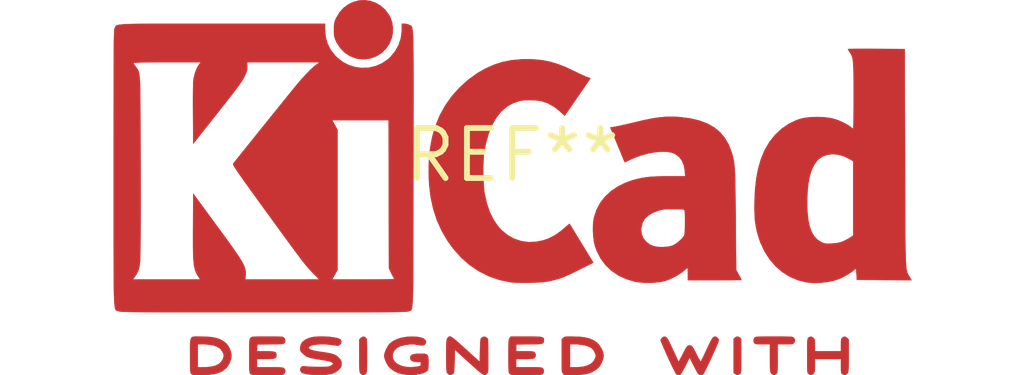
<source format=kicad_pcb>
(kicad_pcb (version 20240108) (generator pcbnew)
  (layers (0 "F.Cu" signal) (31 "B.Cu" signal) (34 "B.Paste" user) (35 "F.Paste" user) (36 "B.SilkS" user "B.Silkscreen") (37 "F.SilkS" user "F.Silkscreen") (38 "B.Mask" user) (39 "F.Mask" user) (44 "Edge.Cuts" user))
  (net 0 "")
  (footprint "KiCad-Logo2_8mm_Copper" (layer "F.Cu") (at 0 0)
    (property "Reference" "REF**")
    (property "Value" "KiCad-Logo2_8mm_Copper")
    (fp_poly (pts (xy 5.751604 4.615477) (xy 5.783174 4.635142) (xy 5.818656 4.663873) (xy 5.818656 5.091966) (xy 5.818543 5.21719) (xy 5.818059 5.315847) (xy 5.816986 5.39143) (xy 5.815108 5.447433) (xy 5.812206 5.487347) (xy 5.808063 5.514666) (xy 5.802462 5.532881) (xy 5.795185 5.545486) (xy 5.790024 5.551696) (xy 5.748168 5.57898) (xy 5.700505 5.577867) (xy 5.658753 5.554602) (xy 5.623271 5.525871) (xy 5.623271 4.663873) (xy 5.658753 4.635142) (xy 5.692998 4.614242) (xy 5.720963 4.60641) (xy 5.751604 4.615477)) (layer "F.Cu") (stroke (width 0.01)) (fill solid))
    (fp_poly (pts (xy -3.717617 4.63647) (xy -3.708855 4.646552) (xy -3.701982 4.659559) (xy -3.696769 4.678975) (xy -3.692988 4.708284) (xy -3.69041 4.750971) (xy -3.688807 4.810519) (xy -3.687949 4.890414) (xy -3.68761 4.99414) (xy -3.687557 5.094872) (xy -3.68765 5.219816) (xy -3.688081 5.318185) (xy -3.689077 5.393465) (xy -3.690869 5.449138) (xy -3.693683 5.48869) (xy -3.69775 5.515605) (xy -3.703296 5.533367) (xy -3.710551 5.545461) (xy -3.717617 5.553274) (xy -3.761556 5.579476) (xy -3.808374 5.577125) (xy -3.850263 5.548548) (xy -3.859888 5.537391) (xy -3.867409 5.524447) (xy -3.873088 5.506136) (xy -3.877181 5.478882) (xy -3.879949 5.439104) (xy -3.88165 5.383226) (xy -3.882543 5.307668) (xy -3.882887 5.208852) (xy -3.882942 5.096978) (xy -3.882942 4.680192) (xy -3.846051 4.643301) (xy -3.800579 4.612264) (xy -3.75647 4.611145) (xy -3.717617 4.63647)) (layer "F.Cu") (stroke (width 0.01)) (fill solid))
    (fp_poly (pts (xy -3.602318 -3.916067) (xy -3.466071 -3.868828) (xy -3.339221 -3.794473) (xy -3.225933 -3.693013) (xy -3.130372 -3.564457) (xy -3.087446 -3.483428) (xy -3.050295 -3.370092) (xy -3.032288 -3.239249) (xy -3.034283 -3.104735) (xy -3.056423 -2.982842) (xy -3.116936 -2.833893) (xy -3.204686 -2.704691) (xy -3.315212 -2.597777) (xy -3.444054 -2.515694) (xy -3.586753 -2.460984) (xy -3.738849 -2.43619) (xy -3.895881 -2.443853) (xy -3.973286 -2.460228) (xy -4.124141 -2.518911) (xy -4.258125 -2.608457) (xy -4.372006 -2.726107) (xy -4.462552 -2.869098) (xy -4.470212 -2.884714) (xy -4.496694 -2.943314) (xy -4.513322 -2.992666) (xy -4.52235 -3.04473) (xy -4.526032 -3.111461) (xy -4.526643 -3.184071) (xy -4.525633 -3.271309) (xy -4.521072 -3.334376) (xy -4.510666 -3.385364) (xy -4.492121 -3.436367) (xy -4.46923 -3.486687) (xy -4.383846 -3.62953) (xy -4.278699 -3.74519) (xy -4.157955 -3.833675) (xy -4.025779 -3.894995) (xy -3.886337 -3.929161) (xy -3.743795 -3.936182) (xy -3.602318 -3.916067)) (layer "F.Cu") (stroke (width 0.01)) (fill solid))
    (fp_poly (pts (xy 6.782677 4.606539) (xy 6.887465 4.607043) (xy 6.968799 4.608096) (xy 7.02998 4.609876) (xy 7.074311 4.612557) (xy 7.105094 4.616314) (xy 7.125631 4.621325) (xy 7.139225 4.627763) (xy 7.145803 4.632712) (xy 7.179944 4.676029) (xy 7.184074 4.721003) (xy 7.162976 4.76186) (xy 7.149179 4.778186) (xy 7.134332 4.789318) (xy 7.112815 4.79625) (xy 7.079008 4.799977) (xy 7.027292 4.801494) (xy 6.952047 4.801794) (xy 6.937269 4.801795) (xy 6.742975 4.801795) (xy 6.742975 5.162505) (xy 6.742847 5.276201) (xy 6.742266 5.363685) (xy 6.740936 5.428802) (xy 6.73856 5.475398) (xy 6.734844 5.507319) (xy 6.729492 5.528412) (xy 6.722207 5.542523) (xy 6.712916 5.553274) (xy 6.669071 5.579696) (xy 6.6233 5.577614) (xy 6.58179 5.547469) (xy 6.578741 5.543733) (xy 6.568812 5.52961) (xy 6.561248 5.513086) (xy 6.555729 5.490146) (xy 6.551933 5.456773) (xy 6.549542 5.408955) (xy 6.548234 5.342674) (xy 6.547691 5.253918) (xy 6.547591 5.152963) (xy 6.547591 4.801795) (xy 6.36205 4.801795) (xy 6.282427 4.801256) (xy 6.227304 4.799157) (xy 6.191132 4.794771) (xy 6.168362 4.787376) (xy 6.153447 4.776245) (xy 6.151636 4.77431) (xy 6.129858 4.730057) (xy 6.131784 4.680029) (xy 6.156821 4.63647) (xy 6.166504 4.62802) (xy 6.178988 4.621321) (xy 6.197603 4.616169) (xy 6.225677 4.612361) (xy 6.266541 4.609697) (xy 6.323522 4.607972) (xy 6.399952 4.606984) (xy 6.499157 4.606532) (xy 6.624469 4.606412) (xy 6.651133 4.60641) (xy 6.782677 4.606539)) (layer "F.Cu") (stroke (width 0.01)) (fill solid))
    (fp_poly (pts (xy 8.467859 4.613688) (xy 8.509635 4.643301) (xy 8.546525 4.680192) (xy 8.546525 5.092162) (xy 8.546429 5.214486) (xy 8.545972 5.310398) (xy 8.544903 5.383544) (xy 8.542971 5.43757) (xy 8.539923 5.476123) (xy 8.535509 5.502848) (xy 8.529476 5.521394) (xy 8.521574 5.535405) (xy 8.515375 5.543733) (xy 8.474461 5.576449) (xy 8.427482 5.58) (xy 8.384544 5.559937) (xy 8.370356 5.548092) (xy 8.360872 5.532358) (xy 8.355151 5.507022) (xy 8.352253 5.46637) (xy 8.351238 5.404688) (xy 8.351141 5.357038) (xy 8.351141 5.177535) (xy 7.689839 5.177535) (xy 7.689839 5.340833) (xy 7.689155 5.415505) (xy 7.686419 5.466824) (xy 7.680604 5.501477) (xy 7.670684 5.526155) (xy 7.658689 5.543733) (xy 7.617546 5.576357) (xy 7.571017 5.58022) (xy 7.526473 5.557032) (xy 7.514312 5.544876) (xy 7.505723 5.528761) (xy 7.500058 5.50366) (xy 7.496669 5.464544) (xy 7.494908 5.406386) (xy 7.494128 5.324158) (xy 7.494036 5.305286) (xy 7.493392 5.150357) (xy 7.49306 5.022674) (xy 7.493168 4.919427) (xy 7.493845 4.837803) (xy 7.495218 4.774992) (xy 7.497416 4.728181) (xy 7.500566 4.694559) (xy 7.504798 4.671315) (xy 7.510238 4.655636) (xy 7.517015 4.644711) (xy 7.524514 4.63647) (xy 7.566933 4.610107) (xy 7.611172 4.613688) (xy 7.652948 4.643301) (xy 7.669853 4.662407) (xy 7.680629 4.683511) (xy 7.686641 4.713568) (xy 7.689256 4.759533) (xy 7.689839 4.82836) (xy 7.689839 4.98215) (xy 8.351141 4.98215) (xy 8.351141 4.824339) (xy 8.351816 4.751636) (xy 8.354526 4.702545) (xy 8.360301 4.670636) (xy 8.370169 4.649478) (xy 8.3812 4.63647) (xy 8.423619 4.610107) (xy 8.467859 4.613688)) (layer "F.Cu") (stroke (width 0.01)) (fill solid))
    (fp_poly (pts (xy 1.530783 4.606687) (xy 1.702501 4.612493) (xy 1.848555 4.630101) (xy 1.971353 4.660563) (xy 2.073303 4.704935) (xy 2.156814 4.764271) (xy 2.224293 4.839624) (xy 2.278149 4.93205) (xy 2.279208 4.934304) (xy 2.311349 5.017024) (xy 2.322801 5.090284) (xy 2.31352 5.164012) (xy 2.283461 5.248135) (xy 2.277761 5.260937) (xy 2.238885 5.335862) (xy 2.195195 5.393757) (xy 2.138806 5.442972) (xy 2.061838 5.491857) (xy 2.057366 5.494409) (xy 1.990363 5.526595) (xy 1.914631 5.550632) (xy 1.825304 5.567351) (xy 1.717515 5.577579) (xy 1.586398 5.582146) (xy 1.540072 5.582543) (xy 1.319476 5.583334) (xy 1.288326 5.543733) (xy 1.279086 5.530711) (xy 1.271878 5.515504) (xy 1.26645 5.494466) (xy 1.262551 5.46395) (xy 1.259929 5.420311) (xy 1.259074 5.387949) (xy 1.467591 5.387949) (xy 1.592582 5.387949) (xy 1.665723 5.38581) (xy 1.740807 5.380181) (xy 1.80243 5.372243) (xy 1.806149 5.371575) (xy 1.915599 5.342212) (xy 2.000494 5.298097) (xy 2.063518 5.237183) (xy 2.10736 5.157424) (xy 2.114983 5.136284) (xy 2.122456 5.103362) (xy 2.119221 5.070836) (xy 2.103479 5.027564) (xy 2.09399 5.006307) (xy 2.062917 4.94982) (xy 2.025479 4.910191) (xy 1.984287 4.882594) (xy 1.901776 4.846682) (xy 1.796179 4.820668) (xy 1.673164 4.805688) (xy 1.58407 4.802392) (xy 1.467591 4.801795) (xy 1.467591 5.387949) (xy 1.259074 5.387949) (xy 1.258332 5.3599) (xy 1.25751 5.279072) (xy 1.25721 5.174181) (xy 1.257176 5.092162) (xy 1.257176 4.680192) (xy 1.294067 4.643301) (xy 1.31044 4.628348) (xy 1.328143 4.618108) (xy 1.352865 4.611701) (xy 1.390294 4.608247) (xy 1.446119 4.606867) (xy 1.526028 4.606681) (xy 1.530783 4.606687)) (layer "F.Cu") (stroke (width 0.01)) (fill solid))
    (fp_poly (pts (xy -7.974708 4.606409) (xy -7.922143 4.606944) (xy -7.768119 4.61066) (xy -7.639125 4.621699) (xy -7.530763 4.641246) (xy -7.438638 4.670483) (xy -7.358353 4.710597) (xy -7.285512 4.762769) (xy -7.259495 4.785433) (xy -7.216337 4.838462) (xy -7.177421 4.910421) (xy -7.147427 4.990184) (xy -7.131035 5.066625) (xy -7.129332 5.094872) (xy -7.140005 5.173174) (xy -7.168607 5.258705) (xy -7.210011 5.339663) (xy -7.259095 5.404246) (xy -7.267067 5.412038) (xy -7.3346 5.466808) (xy -7.408552 5.509563) (xy -7.493188 5.541423) (xy -7.592771 5.563508) (xy -7.711566 5.576938) (xy -7.853834 5.582834) (xy -7.919 5.583334) (xy -8.001855 5.582935) (xy -8.060123 5.581266) (xy -8.09927 5.577622) (xy -8.124763 5.571293) (xy -8.142068 5.561574) (xy -8.151344 5.553274) (xy -8.160106 5.543192) (xy -8.166979 5.530185) (xy -8.172192 5.510769) (xy -8.175973 5.48146) (xy -8.178551 5.438773) (xy -8.180154 5.379225) (xy -8.181011 5.29933) (xy -8.181351 5.195605) (xy -8.181403 5.094872) (xy -8.181734 4.960519) (xy -8.181662 4.853192) (xy -8.180384 4.801795) (xy -7.986019 4.801795) (xy -7.986019 5.387949) (xy -7.862025 5.387835) (xy -7.787415 5.385696) (xy -7.709272 5.380183) (xy -7.644074 5.372472) (xy -7.64209 5.372155) (xy -7.536717 5.346678) (xy -7.454986 5.307) (xy -7.392816 5.250538) (xy -7.353314 5.189406) (xy -7.328974 5.121593) (xy -7.330861 5.057919) (xy -7.359109 4.989665) (xy -7.414362 4.919056) (xy -7.490927 4.866735) (xy -7.590449 4.831763) (xy -7.656961 4.819386) (xy -7.732461 4.810694) (xy -7.812479 4.804404) (xy -7.880538 4.801788) (xy -7.884569 4.801776) (xy -7.986019 4.801795) (xy -8.180384 4.801795) (xy -8.17959 4.769881) (xy -8.173915 4.707579) (xy -8.163041 4.663275) (xy -8.145368 4.63396) (xy -8.119297 4.616625) (xy -8.083229 4.608261) (xy -8.035566 4.605859) (xy -7.974708 4.606409)) (layer "F.Cu") (stroke (width 0.01)) (fill solid))
    (fp_poly (pts (xy -1.555874 4.612244) (xy -1.524499 4.630649) (xy -1.483476 4.660749) (xy -1.430678 4.70396) (xy -1.363979 4.761702) (xy -1.281253 4.835392) (xy -1.180374 4.926448) (xy -1.064895 5.031138) (xy -0.824421 5.249207) (xy -0.816906 4.956508) (xy -0.814193 4.855754) (xy -0.811576 4.780722) (xy -0.808474 4.727084) (xy -0.80431 4.69051) (xy -0.798505 4.666671) (xy -0.790478 4.651238) (xy -0.779651 4.639882) (xy -0.77391 4.63511) (xy -0.727937 4.609877) (xy -0.684191 4.613566) (xy -0.649489 4.635123) (xy -0.614007 4.663835) (xy -0.609594 5.08315) (xy -0.608373 5.206471) (xy -0.607751 5.303348) (xy -0.607944 5.377394) (xy -0.609168 5.432221) (xy -0.611638 5.471443) (xy -0.615568 5.498673) (xy -0.621174 5.517523) (xy -0.628672 5.531605) (xy -0.636987 5.542899) (xy -0.654976 5.563846) (xy -0.672875 5.577731) (xy -0.693166 5.58306) (xy -0.718332 5.57834) (xy -0.750854 5.562077) (xy -0.793217 5.532777) (xy -0.847902 5.488946) (xy -0.917391 5.429091) (xy -1.004169 5.351718) (xy -1.102469 5.262814) (xy -1.455664 4.942435) (xy -1.463179 5.234177) (xy -1.465897 5.334747) (xy -1.468521 5.409604) (xy -1.471633 5.463084) (xy -1.475816 5.499526) (xy -1.481651 5.523268) (xy -1.48972 5.538646) (xy -1.500605 5.55) (xy -1.506175 5.554626) (xy -1.55541 5.580042) (xy -1.601931 5.576209) (xy -1.642443 5.543733) (xy -1.65171 5.530667) (xy -1.658933 5.515409) (xy -1.664366 5.494296) (xy -1.668262 5.463669) (xy -1.670875 5.419866) (xy -1.672461 5.359227) (xy -1.673272 5.278091) (xy -1.673562 5.172797) (xy -1.673593 5.094872) (xy -1.673495 4.972988) (xy -1.673033 4.877503) (xy -1.671951 4.804755) (xy -1.669997 4.751083) (xy -1.666916 4.712827) (xy -1.662454 4.686327) (xy -1.656357 4.66792) (xy -1.648371 4.653948) (xy -1.642443 4.646011) (xy -1.627416 4.627212) (xy -1.613372 4.613017) (xy -1.598184 4.604846) (xy -1.579727 4.604116) (xy -1.555874 4.612244)) (layer "F.Cu") (stroke (width 0.01)) (fill solid))
    (fp_poly (pts (xy -2.421216 4.613776) (xy -2.329995 4.629082) (xy -2.259936 4.652875) (xy -2.214358 4.684204) (xy -2.201938 4.702078) (xy -2.189308 4.743649) (xy -2.197807 4.781256) (xy -2.224639 4.816919) (xy -2.26633 4.833603) (xy -2.326824 4.832248) (xy -2.373613 4.823209) (xy -2.477582 4.805987) (xy -2.583834 4.804351) (xy -2.702763 4.818329) (xy -2.735614 4.824252) (xy -2.846199 4.855431) (xy -2.932713 4.90181) (xy -2.994207 4.962599) (xy -3.029732 5.037008) (xy -3.037079 5.075478) (xy -3.03227 5.153527) (xy -3.00122 5.222581) (xy -2.94676 5.281293) (xy -2.871718 5.328317) (xy -2.778924 5.362307) (xy -2.671206 5.381918) (xy -2.551395 5.385805) (xy -2.422319 5.37262) (xy -2.415031 5.371376) (xy -2.363692 5.361814) (xy -2.335226 5.352578) (xy -2.322888 5.338873) (xy -2.319932 5.315906) (xy -2.319865 5.303743) (xy -2.319865 5.252683) (xy -2.411031 5.252683) (xy -2.491536 5.247168) (xy -2.546475 5.229594) (xy -2.57844 5.198417) (xy -2.590026 5.152094) (xy -2.590167 5.146048) (xy -2.583389 5.106453) (xy -2.560145 5.078181) (xy -2.516884 5.059471) (xy -2.450055 5.048564) (xy -2.385324 5.044554) (xy -2.291241 5.042253) (xy -2.222998 5.045764) (xy -2.176455 5.058719) (xy -2.147472 5.08475) (xy -2.131909 5.127491) (xy -2.125625 5.190574) (xy -2.12448 5.273428) (xy -2.126356 5.36591) (xy -2.132 5.428818) (xy -2.141436 5.462403) (xy -2.143267 5.465033) (xy -2.195079 5.506998) (xy -2.271044 5.540232) (xy -2.366346 5.564023) (xy -2.47617 5.577663) (xy -2.5957 5.580442) (xy -2.72012 5.571649) (xy -2.793297 5.560849) (xy -2.908074 5.528362) (xy -3.01475 5.47525) (xy -3.104065 5.406319) (xy -3.11764 5.392542) (xy -3.161746 5.334622) (xy -3.201543 5.26284) (xy -3.232381 5.187583) (xy -3.249611 5.119241) (xy -3.251688 5.092993) (xy -3.242847 5.038241) (xy -3.219349 4.970119) (xy -3.185703 4.898414) (xy -3.146418 4.832913) (xy -3.111709 4.789162) (xy -3.030557 4.724083) (xy -2.925652 4.672285) (xy -2.800754 4.634938) (xy -2.659621 4.613217) (xy -2.530279 4.607909) (xy -2.421216 4.613776)) (layer "F.Cu") (stroke (width 0.01)) (fill solid))
    (fp_poly (pts (xy 0.481716 4.606667) (xy 0.583377 4.607884) (xy 0.661282 4.61073) (xy 0.718581 4.615874) (xy 0.758427 4.623984) (xy 0.783968 4.635731) (xy 0.798357 4.651782) (xy 0.804745 4.672808) (xy 0.806281 4.699476) (xy 0.806289 4.702626) (xy 0.804955 4.73279) (xy 0.798651 4.756103) (xy 0.783922 4.773506) (xy 0.757315 4.78594) (xy 0.715374 4.794345) (xy 0.654646 4.799665) (xy 0.571676 4.802839) (xy 0.463011 4.804809) (xy 0.429705 4.805245) (xy 0.107413 4.80931) (xy 0.102906 4.89573) (xy 0.098398 4.98215) (xy 0.322263 4.98215) (xy 0.409721 4.982473) (xy 0.472169 4.983837) (xy 0.514654 4.986839) (xy 0.542223 4.992073) (xy 0.559922 5.000135) (xy 0.572797 5.01162) (xy 0.57288 5.011711) (xy 0.59623 5.056471) (xy 0.595386 5.104847) (xy 0.570879 5.146086) (xy 0.566029 5.150325) (xy 0.548815 5.161249) (xy 0.525226 5.168849) (xy 0.490007 5.173697) (xy 0.4379 5.176366) (xy 0.36365 5.177428) (xy 0.316162 5.177535) (xy 0.099898 5.177535) (xy 0.099898 5.387949) (xy 0.42822 5.387949) (xy 0.536618 5.388139) (xy 0.618935 5.388914) (xy 0.679149 5.390584) (xy 0.721235 5.393458) (xy 0.749171 5.397847) (xy 0.766934 5.404059) (xy 0.7785 5.412404) (xy 0.781415 5.415434) (xy 0.802936 5.457434) (xy 0.80451 5.505214) (xy 0.786855 5.546642) (xy 0.772885 5.559937) (xy 0.758354 5.567256) (xy 0.735838 5.572919) (xy 0.701776 5.577123) (xy 0.652607 5.580068) (xy 0.584768 5.581951) (xy 0.494698 5.58297) (xy 0.378837 5.583325) (xy 0.352643 5.583334) (xy 0.234839 5.583256) (xy 0.143396 5.582831) (xy 0.074614 5.581766) (xy 0.024796 5.579769) (xy -0.00976 5.57655) (xy -0.03275 5.571816) (xy -0.047874 5.565277) (xy -0.058831 5.556641) (xy -0.064842 5.55044) (xy -0.07389 5.539457) (xy -0.080958 5.525852) (xy -0.086291 5.506056) (xy -0.090132 5.476502) (xy -0.092725 5.433621) (xy -0.094313 5.373845) (xy -0.095139 5.293607) (xy -0.095448 5.189339) (xy -0.095486 5.10158) (xy -0.095392 4.978608) (xy -0.094943 4.882069) (xy -0.093892 4.808339) (xy -0.09199 4.75379) (xy -0.088991 4.714799) (xy -0.084645 4.687739) (xy -0.078706 4.668984) (xy -0.070925 4.65491) (xy -0.064336 4.646011) (xy -0.033186 4.60641) (xy 0.353148 4.60641) (xy 0.481716 4.606667)) (layer "F.Cu") (stroke (width 0.01)) (fill solid))
    (fp_poly (pts (xy -6.099384 4.606516) (xy -6.006976 4.607012) (xy -5.937227 4.608165) (xy -5.886437 4.610244) (xy -5.850905 4.613515) (xy -5.826932 4.618247) (xy -5.810818 4.624707) (xy -5.798863 4.633163) (xy -5.794533 4.637055) (xy -5.768205 4.678404) (xy -5.763465 4.725916) (xy -5.780784 4.768095) (xy -5.788793 4.77662) (xy -5.801746 4.784885) (xy -5.822602 4.791261) (xy -5.85523 4.796059) (xy -5.903496 4.799588) (xy -5.971268 4.802158) (xy -6.062414 4.804081) (xy -6.145745 4.805251) (xy -6.475546 4.80931) (xy -6.48456 4.98215) (xy -6.260696 4.98215) (xy -6.163508 4.982989) (xy -6.092357 4.986496) (xy -6.043245 4.994159) (xy -6.012171 5.007467) (xy -5.995138 5.027905) (xy -5.988146 5.056963) (xy -5.987084 5.083931) (xy -5.990384 5.117021) (xy -6.002837 5.141404) (xy -6.028274 5.158353) (xy -6.070525 5.169143) (xy -6.13342 5.175048) (xy -6.220789 5.177341) (xy -6.268475 5.177535) (xy -6.48306 5.177535) (xy -6.48306 5.387949) (xy -6.152409 5.387949) (xy -6.044024 5.3881) (xy -5.961651 5.388778) (xy -5.901243 5.39032) (xy -5.858753 5.393063) (xy -5.830135 5.397345) (xy -5.811342 5.403503) (xy -5.798328 5.411873) (xy -5.791699 5.418008) (xy -5.768961 5.453813) (xy -5.76164 5.485641) (xy -5.772093 5.524518) (xy -5.791699 5.553274) (xy -5.802159 5.562327) (xy -5.815662 5.569357) (xy -5.83584 5.574618) (xy -5.866325 5.578365) (xy -5.910749 5.580854) (xy -5.972745 5.582339) (xy -6.055945 5.583075) (xy -6.163981 5.583318) (xy -6.220043 5.583334) (xy -6.340098 5.583227) (xy -6.433728 5.582739) (xy -6.504563 5.581613) (xy -6.556235 5.579595) (xy -6.592377 5.57643) (xy -6.616622 5.571863) (xy -6.632601 5.56564) (xy -6.643947 5.557504) (xy -6.648386 5.553274) (xy -6.657171 5.54316) (xy -6.664058 5.530112) (xy -6.669275 5.510634) (xy -6.673053 5.481228) (xy -6.675624 5.438398) (xy -6.677218 5.378648) (xy -6.678065 5.298481) (xy -6.678396 5.194401) (xy -6.678445 5.097492) (xy -6.6784 4.973387) (xy -6.678088 4.87583) (xy -6.677242 4.80131) (xy -6.675596 4.746315) (xy -6.672883 4.707334) (xy -6.668837 4.680857) (xy -6.663191 4.66337) (xy -6.65568 4.651364) (xy -6.646036 4.641327) (xy -6.64366 4.63909) (xy -6.632129 4.629183) (xy -6.618732 4.621512) (xy -6.59975 4.61579) (xy -6.571469 4.611732) (xy -6.530172 4.609052) (xy -6.472142 4.607466) (xy -6.393663 4.606688) (xy -6.29102 4.606432) (xy -6.21815 4.60641) (xy -6.099384 4.606516)) (layer "F.Cu") (stroke (width 0.01)) (fill solid))
    (fp_poly (pts (xy 5.160547 4.60903) (xy 5.186628 4.61835) (xy 5.187634 4.618806) (xy 5.223052 4.645834) (xy 5.242566 4.673636) (xy 5.246384 4.686672) (xy 5.246195 4.703992) (xy 5.240822 4.728667) (xy 5.229088 4.763764) (xy 5.209813 4.812353) (xy 5.181822 4.877502) (xy 5.143936 4.962281) (xy 5.094978 5.069759) (xy 5.068031 5.128503) (xy 5.01937 5.233373) (xy 4.97369 5.329814) (xy 4.932734 5.414298) (xy 4.898246 5.4833) (xy 4.871969 5.533294) (xy 4.855646 5.560754) (xy 4.852416 5.564547) (xy 4.811089 5.58128) (xy 4.764409 5.579039) (xy 4.72697 5.558687) (xy 4.725444 5.557032) (xy 4.710551 5.534486) (xy 4.685569 5.490571) (xy 4.653579 5.43094) (xy 4.61766 5.361246) (xy 4.604752 5.335563) (xy 4.507314 5.140397) (xy 4.401106 5.352407) (xy 4.363197 5.425661) (xy 4.328027 5.48919) (xy 4.298468 5.538131) (xy 4.277394 5.567622) (xy 4.270252 5.573876) (xy 4.214738 5.582345) (xy 4.168929 5.564547) (xy 4.155454 5.545525) (xy 4.132136 5.503249) (xy 4.100877 5.44188) (xy 4.06358 5.365576) (xy 4.022146 5.278499) (xy 3.978478 5.184807) (xy 3.934478 5.088661) (xy 3.892048 4.994221) (xy 3.85309 4.905645) (xy 3.819507 4.827096) (xy 3.793201 4.762731) (xy 3.776074 4.716711) (xy 3.770029 4.693197) (xy 3.770091 4.692345) (xy 3.7848 4.662756) (xy 3.814202 4.63262) (xy 3.815933 4.631308) (xy 3.85207 4.610882) (xy 3.885494 4.61108) (xy 3.898022 4.614931) (xy 3.913287 4.623253) (xy 3.929498 4.639625) (xy 3.948599 4.667442) (xy 3.972535 4.7101) (xy 4.003251 4.770995) (xy 4.042691 4.853525) (xy 4.078258 4.929707) (xy 4.119177 5.018014) (xy 4.155844 5.097426) (xy 4.186354 5.163796) (xy 4.208802 5.212975) (xy 4.221283 5.240813) (xy 4.223103 5.245168) (xy 4.23129 5.238049) (xy 4.250105 5.208241) (xy 4.277046 5.160096) (xy 4.309608 5.097963) (xy 4.322566 5.072328) (xy 4.36646 4.985765) (xy 4.400311 4.922725) (xy 4.426897 4.879542) (xy 4.448995 4.852552) (xy 4.469384 4.838088) (xy 4.49084 4.832487) (xy 4.504823 4.831854) (xy 4.529488 4.83404) (xy 4.551102 4.843079) (xy 4.572578 4.862697) (xy 4.59683 4.896617) (xy 4.62677 4.948562) (xy 4.665313 5.022258) (xy 4.686578 5.06418) (xy 4.721072 5.130994) (xy 4.751156 5.186401) (xy 4.774177 5.225727) (xy 4.78748 5.244296) (xy 4.789289 5.245069) (xy 4.79788 5.230455) (xy 4.817114 5.192507) (xy 4.845065 5.135196) (xy 4.879807 5.062496) (xy 4.919413 4.978376) (xy 4.938896 4.936594) (xy 4.98958 4.828763) (xy 5.030393 4.74579) (xy 5.063454 4.684966) (xy 5.090881 4.643585) (xy 5.114792 4.61894) (xy 5.137308 4.608324) (xy 5.160547 4.60903)) (layer "F.Cu") (stroke (width 0.01)) (fill solid))
    (fp_poly (pts (xy -4.739942 4.608121) (xy -4.640337 4.615084) (xy -4.547698 4.625959) (xy -4.467412 4.640338) (xy -4.404862 4.65781) (xy -4.365435 4.677966) (xy -4.359383 4.683899) (xy -4.338338 4.729939) (xy -4.34472 4.777204) (xy -4.377361 4.817642) (xy -4.378918 4.818801) (xy -4.398117 4.831261) (xy -4.418159 4.837813) (xy -4.446114 4.838608) (xy -4.489053 4.8338) (xy -4.554045 4.823539) (xy -4.559273 4.822675) (xy -4.656115 4.810778) (xy -4.760598 4.804909) (xy -4.865389 4.804852) (xy -4.963156 4.810391) (xy -5.046566 4.821309) (xy -5.108287 4.837389) (xy -5.112342 4.839005) (xy -5.157118 4.864093) (xy -5.17285 4.889482) (xy -5.160534 4.914451) (xy -5.121169 4.93828) (xy -5.055752 4.960246) (xy -4.96528 4.97963) (xy -4.904954 4.988962) (xy -4.779554 5.006913) (xy -4.679819 5.023323) (xy -4.6015 5.039612) (xy -4.540347 5.057202) (xy -4.492113 5.077513) (xy -4.452549 5.101967) (xy -4.417406 5.131984) (xy -4.389165 5.16146) (xy -4.355662 5.202531) (xy -4.339173 5.237846) (xy -4.334017 5.281357) (xy -4.33383 5.297292) (xy -4.337702 5.350169) (xy -4.353181 5.389507) (xy -4.379969 5.424424) (xy -4.434413 5.477798) (xy -4.495124 5.518502) (xy -4.566612 5.547864) (xy -4.65339 5.567211) (xy -4.759968 5.57787) (xy -4.890857 5.581169) (xy -4.912469 5.581113) (xy -4.999752 5.579304) (xy -5.086313 5.575193) (xy -5.162716 5.56937) (xy -5.219524 5.562425) (xy -5.224118 5.561628) (xy -5.280599 5.548248) (xy -5.328506 5.531346) (xy -5.355627 5.515895) (xy -5.380865 5.47513) (xy -5.382623 5.427662) (xy -5.360866 5.385359) (xy -5.355998 5.380576) (xy -5.335876 5.366363) (xy -5.310712 5.36024) (xy -5.271767 5.361282) (xy -5.224489 5.366698) (xy -5.171659 5.371537) (xy -5.097602 5.375619) (xy -5.011145 5.378582) (xy -4.921117 5.380061) (xy -4.897439 5.380158) (xy -4.807076 5.379794) (xy -4.740943 5.37804) (xy -4.693221 5.374287) (xy -4.658092 5.367927) (xy -4.629736 5.358351) (xy -4.612695 5.350375) (xy -4.57525 5.328229) (xy -4.551375 5.308172) (xy -4.547886 5.302487) (xy -4.555247 5.279009) (xy -4.590241 5.256281) (xy -4.650442 5.235334) (xy -4.733425 5.2172) (xy -4.757874 5.213161) (xy -4.885576 5.193103) (xy -4.987494 5.176338) (xy -5.06756 5.161647) (xy -5.129708 5.147812) (xy -5.177872 5.133615) (xy -5.215986 5.117837) (xy -5.247984 5.09926) (xy -5.277798 5.076666) (xy -5.309364 5.048837) (xy -5.319986 5.03908) (xy -5.357227 5.002666) (xy -5.376941 4.973816) (xy -5.384653 4.940802) (xy -5.385901 4.899199) (xy -5.372169 4.817615) (xy -5.331132 4.748298) (xy -5.263024 4.691472) (xy -5.168081 4.647361) (xy -5.100338 4.627576) (xy -5.026713 4.614797) (xy -4.938515 4.607568) (xy -4.84113 4.605479) (xy -4.739942 4.608121)) (layer "F.Cu") (stroke (width 0.01)) (fill solid))
    (fp_poly (pts (xy 0.581378 -2.430769) (xy 0.777019 -2.409351) (xy 0.966562 -2.371015) (xy 1.157717 -2.313762) (xy 1.358196 -2.235591) (xy 1.575708 -2.134504) (xy 1.61488 -2.114924) (xy 1.704772 -2.070638) (xy 1.789553 -2.030761) (xy 1.860855 -1.999102) (xy 1.91031 -1.979468) (xy 1.917908 -1.976996) (xy 1.990714 -1.955183) (xy 1.664803 -1.481056) (xy 1.585123 -1.365177) (xy 1.512272 -1.259306) (xy 1.44873 -1.167038) (xy 1.396972 -1.091967) (xy 1.359477 -1.037687) (xy 1.338723 -1.007793) (xy 1.335351 -1.003059) (xy 1.321655 -1.012958) (xy 1.287943 -1.042715) (xy 1.240244 -1.086927) (xy 1.21392 -1.111916) (xy 1.064772 -1.230544) (xy 0.897268 -1.320687) (xy 0.752928 -1.370064) (xy 0.666283 -1.385571) (xy 0.557796 -1.395021) (xy 0.440227 -1.398239) (xy 0.326334 -1.395049) (xy 0.228879 -1.385276) (xy 0.18999 -1.377791) (xy 0.014712 -1.317488) (xy -0.143235 -1.22541) (xy -0.283732 -1.101727) (xy -0.406665 -0.946607) (xy -0.511915 -0.760219) (xy -0.599365 -0.54273) (xy -0.6689 -0.294308) (xy -0.710225 -0.081643) (xy -0.721006 0.012241) (xy -0.728352 0.133524) (xy -0.732333 0.273493) (xy -0.733021 0.423431) (xy -0.730486 0.574622) (xy -0.7248 0.718351) (xy -0.716033 0.845903) (xy -0.704256 0.948562) (xy -0.701707 0.964401) (xy -0.645519 1.219536) (xy -0.568964 1.445342) (xy -0.471574 1.642831) (xy -0.352886 1.813014) (xy -0.268637 1.905022) (xy -0.11723 2.029943) (xy 0.048817 2.12254) (xy 0.226701 2.182309) (xy 0.413622 2.208746) (xy 0.606778 2.201348) (xy 0.803369 2.159611) (xy 0.919597 2.118771) (xy 1.080438 2.03699) (xy 1.246213 1.919678) (xy 1.339073 1.840345) (xy 1.391214 1.794429) (xy 1.43218 1.760742) (xy 1.455498 1.74451) (xy 1.458393 1.744015) (xy 1.4688 1.760601) (xy 1.495767 1.804432) (xy 1.536996 1.871748) (xy 1.590189 1.958794) (xy 1.65305 2.06181) (xy 1.723281 2.177041) (xy 1.762372 2.241231) (xy 2.060964 2.731677) (xy 1.688161 2.915915) (xy 1.553369 2.982093) (xy 1.444175 3.034278) (xy 1.353907 3.07506) (xy 1.275888 3.107033) (xy 1.203444 3.132787) (xy 1.129901 3.154914) (xy 1.048584 3.176007) (xy 0.970643 3.19453) (xy 0.901366 3.208863) (xy 0.828917 3.219694) (xy 0.746042 3.227626) (xy 0.645488 3.233258) (xy 0.520003 3.237192) (xy 0.435428 3.238891) (xy 0.314754 3.24005) (xy 0.199042 3.239465) (xy 0.095951 3.237304) (xy 0.013138 3.233732) (xy -0.04174 3.228917) (xy -0.044992 3.228437) (xy -0.329957 3.166786) (xy -0.597558 3.073285) (xy -0.847703 2.947993) (xy -1.080296 2.790974) (xy -1.295243 2.602289) (xy -1.49245 2.382) (xy -1.635273 2.186214) (xy -1.78732 1.929949) (xy -1.910227 1.659317) (xy -2.00459 1.372149) (xy -2.071001 1.066276) (xy -2.110056 0.739528) (xy -2.12236 0.407739) (xy -2.112241 0.086779) (xy -2.080439 -0.209354) (xy -2.025946 -0.485655) (xy -1.94775 -0.747119) (xy -1.844841 -0.998742) (xy -1.832553 -1.02481) (xy -1.69718 -1.268493) (xy -1.530911 -1.500382) (xy -1.338459 -1.715677) (xy -1.124534 -1.909578) (xy -0.893845 -2.077285) (xy -0.678891 -2.200304) (xy -0.461742 -2.296655) (xy -0.244132 -2.366449) (xy -0.017638 -2.411587) (xy 0.226166 -2.433969) (xy 0.371928 -2.437269) (xy 0.581378 -2.430769)) (layer "F.Cu") (stroke (width 0.01)) (fill solid))
    (fp_poly (pts (xy 9.041571 -2.699911) (xy 9.195876 -2.699277) (xy 9.248321 -2.698958) (xy 9.9695 -2.694214) (xy 9.978571 0.072572) (xy 9.979769 0.447756) (xy 9.980832 0.788417) (xy 9.981827 1.096318) (xy 9.982823 1.373221) (xy 9.983888 1.620888) (xy 9.985091 1.841081) (xy 9.986499 2.035562) (xy 9.988182 2.206094) (xy 9.990206 2.35444) (xy 9.992641 2.482361) (xy 9.995554 2.59162) (xy 9.999015 2.683979) (xy 10.00309 2.7612) (xy 10.007849 2.825046) (xy 10.01336 2.877278) (xy 10.019691 2.91966) (xy 10.02691 2.953953) (xy 10.035085 2.98192) (xy 10.044285 3.005324) (xy 10.054577 3.025925) (xy 10.066031 3.045487) (xy 10.078715 3.065772) (xy 10.092695 3.088543) (xy 10.095561 3.093393) (xy 10.14364 3.175433) (xy 8.753928 3.165929) (xy 8.744857 3.013295) (xy 8.739918 2.940045) (xy 8.734771 2.897696) (xy 8.727786 2.880892) (xy 8.717337 2.884277) (xy 8.708571 2.89396) (xy 8.670388 2.929229) (xy 8.608155 2.974563) (xy 8.530641 3.024546) (xy 8.446613 3.073761) (xy 8.364839 3.116791) (xy 8.302052 3.145101) (xy 8.154954 3.191624) (xy 7.98618 3.224579) (xy 7.808191 3.242707) (xy 7.633447 3.24475) (xy 7.474407 3.229447) (xy 7.471788 3.229009) (xy 7.254168 3.174402) (xy 7.050455 3.087401) (xy 6.862613 2.969876) (xy 6.692607 2.823697) (xy 6.542402 2.650734) (xy 6.413964 2.452857) (xy 6.309257 2.231936) (xy 6.252246 2.068286) (xy 6.214651 1.931375) (xy 6.186771 1.798798) (xy 6.167753 1.662502) (xy 6.156745 1.514433) (xy 6.152895 1.346537) (xy 6.1546 1.20944) (xy 7.493359 1.20944) (xy 7.499694 1.439329) (xy 7.519679 1.637111) (xy 7.553927 1.804539) (xy 7.603055 1.943369) (xy 7.667676 2.055358) (xy 7.748405 2.142259) (xy 7.841591 2.203692) (xy 7.89008 2.226626) (xy 7.932134 2.240375) (xy 7.97902 2.246666) (xy 8.042004 2.247222) (xy 8.109857 2.244773) (xy 8.243295 2.233004) (xy 8.348832 2.209955) (xy 8.382 2.19841) (xy 8.457735 2.164311) (xy 8.537614 2.121491) (xy 8.5725 2.100057) (xy 8.663214 2.040556) (xy 8.663214 0.154584) (xy 8.563428 0.094771) (xy 8.424267 0.027185) (xy 8.282087 -0.012786) (xy 8.14209 -0.025378) (xy 8.009474 -0.010827) (xy 7.88944 0.030632) (xy 7.787188 0.098763) (xy 7.754195 0.131466) (xy 7.674667 0.238619) (xy 7.610299 0.368327) (xy 7.560553 0.522814) (xy 7.524891 0.704302) (xy 7.502775 0.915015) (xy 7.493667 1.157175) (xy 7.493359 1.20944) (xy 6.1546 1.20944) (xy 6.15531 1.152374) (xy 6.170605 0.853713) (xy 6.201358 0.584325) (xy 6.248381 0.340285) (xy 6.312482 0.11767) (xy 6.394472 -0.087444) (xy 6.42373 -0.148254) (xy 6.541581 -0.34656) (xy 6.683996 -0.522788) (xy 6.847629 -0.674092) (xy 7.029131 -0.797629) (xy 7.225153 -0.890553) (xy 7.342655 -0.928885) (xy 7.458054 -0.951641) (xy 7.596907 -0.96518) (xy 7.747574 -0.969508) (xy 7.898413 -0.964632) (xy 8.037785 -0.950556) (xy 8.149691 -0.928475) (xy 8.282884 -0.885172) (xy 8.411979 -0.829489) (xy 8.524928 -0.767064) (xy 8.585043 -0.724697) (xy 8.62651 -0.693193) (xy 8.655545 -0.67401) (xy 8.66215 -0.671286) (xy 8.664198 -0.688837) (xy 8.666107 -0.739125) (xy 8.667836 -0.8186) (xy 8.669341 -0.923714) (xy 8.670581 -1.050917) (xy 8.671513 -1.196661) (xy 8.672095 -1.357397) (xy 8.672286 -1.521116) (xy 8.672179 -1.730812) (xy 8.671658 -1.907604) (xy 8.670416 -2.054874) (xy 8.668148 -2.176003) (xy 8.66455 -2.274373) (xy 8.659317 -2.353366) (xy 8.652144 -2.416362) (xy 8.642726 -2.466745) (xy 8.630758 -2.507895) (xy 8.615935 -2.543194) (xy 8.597952 -2.576023) (xy 8.576505 -2.609765) (xy 8.573745 -2.613943) (xy 8.546083 -2.657644) (xy 8.529382 -2.687695) (xy 8.527143 -2.694033) (xy 8.544643 -2.696033) (xy 8.594574 -2.69766) (xy 8.673085 -2.698888) (xy 8.776323 -2.699689) (xy 8.900436 -2.700039) (xy 9.041571 -2.699911)) (layer "F.Cu") (stroke (width 0.01)) (fill solid))
    (fp_poly (pts (xy 4.185632 -0.97227) (xy 4.275523 -0.965465) (xy 4.532715 -0.931247) (xy 4.760485 -0.876669) (xy 4.959943 -0.80098) (xy 5.132197 -0.70343) (xy 5.278359 -0.583268) (xy 5.399536 -0.439742) (xy 5.496839 -0.272102) (xy 5.567891 -0.090714) (xy 5.585927 -0.032854) (xy 5.601632 0.021329) (xy 5.615192 0.074752) (xy 5.626792 0.130333) (xy 5.636617 0.190988) (xy 5.644853 0.259635) (xy 5.651684 0.33919) (xy 5.657295 0.432572) (xy 5.661872 0.542696) (xy 5.6656 0.672481) (xy 5.668665 0.824842) (xy 5.67125 1.002698) (xy 5.673542 1.208965) (xy 5.675725 1.446561) (xy 5.677286 1.632857) (xy 5.687785 2.911929) (xy 5.755821 3.035018) (xy 5.788038 3.094317) (xy 5.812012 3.140377) (xy 5.82345 3.164893) (xy 5.823857 3.166553) (xy 5.806375 3.168454) (xy 5.756574 3.170205) (xy 5.678421 3.171758) (xy 5.575882 3.173062) (xy 5.452922 3.17407) (xy 5.31351 3.174731) (xy 5.161611 3.174997) (xy 5.1435 3.175) (xy 4.463143 3.175) (xy 4.463143 3.020786) (xy 4.461982 2.951094) (xy 4.458887 2.897794) (xy 4.454432 2.869217) (xy 4.452463 2.866572) (xy 4.434455 2.877653) (xy 4.397393 2.906736) (xy 4.349222 2.947579) (xy 4.348141 2.948524) (xy 4.260235 3.013971) (xy 4.149217 3.079688) (xy 4.027631 3.139219) (xy 3.908021 3.186109) (xy 3.855357 3.202133) (xy 3.750551 3.222485) (xy 3.62195 3.235472) (xy 3.481325 3.240909) (xy 3.340448 3.238611) (xy 3.211093 3.228392) (xy 3.120571 3.213689) (xy 2.89858 3.148499) (xy 2.698729 3.055594) (xy 2.522319 2.936126) (xy 2.37065 2.791247) (xy 2.245024 2.62211) (xy 2.146741 2.429867) (xy 2.104341 2.313214) (xy 2.077768 2.199833) (xy 2.060158 2.063722) (xy 2.05201 1.917437) (xy 2.052278 1.896151) (xy 3.279321 1.896151) (xy 3.289496 2.00485) (xy 3.323378 2.095185) (xy 3.386 2.178995) (xy 3.410052 2.203571) (xy 3.495551 2.270011) (xy 3.594373 2.312574) (xy 3.712768 2.333177) (xy 3.837445 2.334694) (xy 3.955698 2.324677) (xy 4.046239 2.305085) (xy 4.08556 2.29037) (xy 4.156432 2.250265) (xy 4.231525 2.193863) (xy 4.300038 2.130561) (xy 4.351172 2.069755) (xy 4.36475 2.047449) (xy 4.375305 2.016212) (xy 4.38281 1.966507) (xy 4.387613 1.893587) (xy 4.390065 1.792703) (xy 4.390571 1.696689) (xy 4.390228 1.58475) (xy 4.388843 1.503809) (xy 4.385881 1.448585) (xy 4.380808 1.413794) (xy 4.37309 1.394154) (xy 4.362192 1.38438) (xy 4.358821 1.382824) (xy 4.329529 1.378029) (xy 4.271756 1.374108) (xy 4.193304 1.371414) (xy 4.101974 1.370299) (xy 4.082143 1.370298) (xy 3.960063 1.372246) (xy 3.865749 1.378041) (xy 3.790807 1.388475) (xy 3.728903 1.403714) (xy 3.575349 1.461784) (xy 3.454932 1.533179) (xy 3.36661 1.619039) (xy 3.309339 1.720507) (xy 3.282078 1.838725) (xy 3.279321 1.896151) (xy 2.052278 1.896151) (xy 2.053823 1.773533) (xy 2.066096 1.644565) (xy 2.07567 1.59246) (xy 2.136801 1.398997) (xy 2.229757 1.220993) (xy 2.352783 1.060155) (xy 2.504124 0.91819) (xy 2.682025 0.796806) (xy 2.884732 0.697709) (xy 3.057071 0.637533) (xy 3.172253 0.605919) (xy 3.282423 0.581354) (xy 3.394719 0.563039) (xy 3.516275 0.550178) (xy 3.654229 0.541972) (xy 3.815715 0.537624) (xy 3.961715 0.5364) (xy 4.394645 0.535215) (xy 4.386351 0.40508) (xy 4.362801 0.263883) (xy 4.312703 0.142518) (xy 4.238191 0.044017) (xy 4.141399 -0.028591) (xy 4.056171 -0.064021) (xy 3.934056 -0.08635) (xy 3.788683 -0.089557) (xy 3.626867 -0.074823) (xy 3.455422 -0.04333) (xy 3.281163 0.00374) (xy 3.110904 0.065203) (xy 2.987176 0.121417) (xy 2.927647 0.150283) (xy 2.882242 0.170443) (xy 2.85915 0.17831) (xy 2.857897 0.178058) (xy 2.849929 0.160437) (xy 2.830031 0.113733) (xy 2.800077 0.042418) (xy 2.761939 -0.049031) (xy 2.717488 -0.156141) (xy 2.672305 -0.265451) (xy 2.491667 -0.70326) (xy 2.620155 -0.724364) (xy 2.675846 -0.734953) (xy 2.759564 -0.752737) (xy 2.864139 -0.776102) (xy 2.982399 -0.803435) (xy 3.107172 -0.833119) (xy 3.156857 -0.845182) (xy 3.371807 -0.895038) (xy 3.559995 -0.932416) (xy 3.728446 -0.958073) (xy 3.884186 -0.972765) (xy 4.03424 -0.977245) (xy 4.185632 -0.97227)) (layer "F.Cu") (stroke (width 0.01)) (fill solid))
    (fp_poly (pts (xy -7.870089 -3.33834) (xy -7.52054 -3.338293) (xy -7.35783 -3.338286) (xy -4.753429 -3.338285) (xy -4.753429 -3.184762) (xy -4.737043 -2.997937) (xy -4.687588 -2.825633) (xy -4.60462 -2.666825) (xy -4.487695 -2.52049) (xy -4.448136 -2.480968) (xy -4.30583 -2.368862) (xy -4.148922 -2.287101) (xy -3.982072 -2.235647) (xy -3.809939 -2.214463) (xy -3.637185 -2.223513) (xy -3.46847 -2.262758) (xy -3.308454 -2.332162) (xy -3.161798 -2.431689) (xy -3.095932 -2.491735) (xy -2.973192 -2.638957) (xy -2.883188 -2.800853) (xy -2.826706 -2.975573) (xy -2.804529 -3.161265) (xy -2.804234 -3.179533) (xy -2.803072 -3.33828) (xy -2.7333 -3.338283) (xy -2.671405 -3.329882) (xy -2.614865 -3.309444) (xy -2.611128 -3.307333) (xy -2.598358 -3.300707) (xy -2.586632 -3.295546) (xy -2.575906 -3.290349) (xy -2.566139 -3.28361) (xy -2.557288 -3.273829) (xy -2.549311 -3.2595) (xy -2.542165 -3.239122) (xy -2.535808 -3.211192) (xy -2.530198 -3.174205) (xy -2.525293 -3.12666) (xy -2.521049 -3.067053) (xy -2.517424 -2.993881) (xy -2.514377 -2.905641) (xy -2.511864 -2.80083) (xy -2.509844 -2.677945) (xy -2.508274 -2.535483) (xy -2.507112 -2.37194) (xy -2.506314 -2.185814) (xy -2.50584 -1.975602) (xy -2.505646 -1.7398) (xy -2.50569 -1.476906) (xy -2.50593 -1.185416) (xy -2.506323 -0.863828) (xy -2.506827 -0.510638) (xy -2.5074 -0.124343) (xy -2.507999 0.29656) (xy -2.508068 0.34784) (xy -2.508605 0.771426) (xy -2.509061 1.16023) (xy -2.509484 1.515753) (xy -2.509921 1.839498) (xy -2.510422 2.132966) (xy -2.511035 2.397661) (xy -2.511808 2.635085) (xy -2.512789 2.84674) (xy -2.514026 3.034129) (xy -2.515568 3.198754) (xy -2.517463 3.342117) (xy -2.519759 3.46572) (xy -2.522504 3.571067) (xy -2.525747 3.659659) (xy -2.529536 3.733) (xy -2.533919 3.79259) (xy -2.538945 3.839933) (xy -2.544661 3.876531) (xy -2.551116 3.903886) (xy -2.558359 3.923502) (xy -2.566437 3.936879) (xy -2.575398 3.945521) (xy -2.585292 3.95093) (xy -2.596165 3.954608) (xy -2.608067 3.958058) (xy -2.621046 3.962782) (xy -2.624217 3.96422) (xy -2.634181 3.967451) (xy -2.650859 3.97042) (xy -2.675707 3.973137) (xy -2.71018 3.975613) (xy -2.755736 3.977858) (xy -2.81383 3.979883) (xy -2.885919 3.981698) (xy -2.973458 3.983315) (xy -3.077905 3.984743) (xy -3.200715 3.985993) (xy -3.343345 3.987076) (xy -3.507251 3.988002) (xy -3.69389 3.988782) (xy -3.904716 3.989426) (xy -4.141188 3.989946) (xy -4.404761 3.990351) (xy -4.69689 3.990652) (xy -5.019034 3.99086) (xy -5.372647 3.990985) (xy -5.759186 3.991038) (xy -6.180108 3.991029) (xy -6.316456 3.991016) (xy -6.746716 3.990947) (xy -7.142164 3.990834) (xy -7.504273 3.990665) (xy -7.834517 3.99043) (xy -8.134371 3.990116) (xy -8.405308 3.989713) (xy -8.6488 3.989207) (xy -8.866323 3.988589) (xy -9.05935 3.987846) (xy -9.229354 3.986968) (xy -9.37781 3.985941) (xy -9.50619 3.984756) (xy -9.615969 3.9834) (xy -9.70862 3.981862) (xy -9.785617 3.98013) (xy -9.848434 3.978194) (xy -9.898544 3.97604) (xy -9.937421 3.973659) (xy -9.966538 3.971037) (xy -9.987371 3.968165) (xy -10.001391 3.96503) (xy -10.009034 3.962159) (xy -10.022618 3.95643) (xy -10.03509 3.952206) (xy -10.046498 3.947985) (xy -10.056889 3.942268) (xy -10.066309 3.933555) (xy -10.074808 3.920345) (xy -10.08243 3.901137) (xy -10.089225 3.874433) (xy -10.095238 3.83873) (xy -10.100517 3.79253) (xy -10.10511 3.734332) (xy -10.109064 3.662635) (xy -10.112425 3.57594) (xy -10.115241 3.472746) (xy -10.11756 3.351553) (xy -10.119428 3.21086) (xy -10.119916 3.156857) (xy -9.635704 3.156857) (xy -7.924256 3.156857) (xy -7.957187 3.106964) (xy -7.989947 3.055693) (xy -8.017689 3.006869) (xy -8.040807 2.957076) (xy -8.059697 2.902898) (xy -8.074751 2.840916) (xy -8.086367 2.767715) (xy -8.094936 2.679878) (xy -8.100856 2.573988) (xy -8.104519 2.446628) (xy -8.106321 2.294381) (xy -8.106656 2.113832) (xy -8.105919 1.901562) (xy -8.105501 1.822755) (xy -8.100786 0.977911) (xy -7.565572 1.706557) (xy -7.413946 1.913265) (xy -7.282581 2.09326) (xy -7.170057 2.248925) (xy -7.074957 2.382647) (xy -6.995862 2.496809) (xy -6.931353 2.593797) (xy -6.880012 2.675994) (xy -6.84042 2.745786) (xy -6.81116 2.805558) (xy -6.790812 2.857693) (xy -6.777958 2.904576) (xy -6.771181 2.948593) (xy -6.76906 2.992127) (xy -6.770179 3.037564) (xy -6.770464 3.043275) (xy -6.776357 3.156933) (xy -4.900771 3.156857) (xy -5.040278 3.016189) (xy -5.078135 2.977715) (xy -5.114047 2.940279) (xy -5.149593 2.901814) (xy -5.186347 2.860258) (xy -5.225886 2.813545) (xy -5.269786 2.75961) (xy -5.319623 2.69639) (xy -5.376972 2.621818) (xy -5.443411 2.533832) (xy -5.520515 2.430365) (xy -5.609861 2.309354) (xy -5.713024 2.168734) (xy -5.83158 2.00644) (xy -5.967105 1.820407) (xy -6.121177 1.608571) (xy -6.247462 1.434804) (xy -6.405954 1.216501) (xy -6.544216 1.025629) (xy -6.663499 0.860374) (xy -6.765057 0.718926) (xy -6.850141 0.599471) (xy -6.920005 0.500198) (xy -6.9759 0.419295) (xy -7.01908 0.354949) (xy -7.050797 0.305347) (xy -7.072302 0.268679) (xy -7.08485 0.243132) (xy -7.089692 0.226893) (xy -7.088237 0.218355) (xy -7.070599 0.195635) (xy -7.032466 0.147543) (xy -6.976138 0.076938) (xy -6.903916 -0.013322) (xy -6.818101 -0.120379) (xy -6.720994 -0.241373) (xy -6.614896 -0.373446) (xy -6.502109 -0.51374) (xy -6.384932 -0.659397) (xy -6.265667 -0.807556) (xy -6.200067 -0.889) (xy -4.571314 -0.889) (xy -4.503621 -0.766535) (xy -4.435929 -0.644071) (xy -4.435929 2.911929) (xy -4.503621 3.034393) (xy -4.571314 3.156857) (xy -3.770559 3.156857) (xy -3.579398 3.156802) (xy -3.421501 3.156551) (xy -3.293848 3.155979) (xy -3.193419 3.154959) (xy -3.117193 3.153365) (xy -3.062148 3.15107) (xy -3.025264 3.14795) (xy -3.003521 3.143877) (xy -2.993898 3.138725) (xy -2.993373 3.132367) (xy -2.998926 3.124679) (xy -2.998984 3.124615) (xy -3.02186 3.091524) (xy -3.052151 3.037719) (xy -3.078903 2.984008) (xy -3.129643 2.875643) (xy -3.134818 0.993322) (xy -3.139993 -0.889) (xy -4.571314 -0.889) (xy -6.200067 -0.889) (xy -6.146615 -0.955361) (xy -6.030077 -1.099953) (xy -5.918354 -1.238472) (xy -5.813746 -1.368061) (xy -5.718556 -1.48586) (xy -5.635083 -1.589012) (xy -5.565629 -1.674657) (xy -5.512494 -1.739938) (xy -5.481285 -1.778) (xy -5.360097 -1.92033) (xy -5.243507 -2.04877) (xy -5.135603 -2.159114) (xy -5.04047 -2.247159) (xy -4.972957 -2.301138) (xy -4.893127 -2.358571) (xy -6.729108 -2.358571) (xy -6.728592 -2.250835) (xy -6.733724 -2.171628) (xy -6.753015 -2.098195) (xy -6.782877 -2.028585) (xy -6.802288 -1.989259) (xy -6.823159 -1.950293) (xy -6.847396 -1.909099) (xy -6.876906 -1.863092) (xy -6.913594 -1.809683) (xy -6.959368 -1.746286) (xy -7.016135 -1.670315) (xy -7.0858 -1.579183) (xy -7.17027 -1.470302) (xy -7.271453 -1.341086) (xy -7.391253 -1.188948) (xy -7.531579 -1.011302) (xy -7.547429 -0.991258) (xy -8.100786 -0.291492) (xy -8.106143 -1.066496) (xy -8.107221 -1.298632) (xy -8.106992 -1.495154) (xy -8.105443 -1.656708) (xy -8.102563 -1.783944) (xy -8.098341 -1.877508) (xy -8.092766 -1.938048) (xy -8.090893 -1.949532) (xy -8.061495 -2.070501) (xy -8.022978 -2.179554) (xy -7.979026 -2.267237) (xy -7.952621 -2.304426) (xy -7.90706 -2.358571) (xy -8.77153 -2.358571) (xy -8.977745 -2.358395) (xy -9.150188 -2.357821) (xy -9.291373 -2.356783) (xy -9.403812 -2.355213) (xy -9.490017 -2.353046) (xy -9.552502 -2.350212) (xy -9.593779 -2.346647) (xy -9.61636 -2.342282) (xy -9.622759 -2.337051) (xy -9.622317 -2.335893) (xy -9.603991 -2.308231) (xy -9.573396 -2.264385) (xy -9.557567 -2.242209) (xy -9.541202 -2.22008) (xy -9.526492 -2.200291) (xy -9.513344 -2.180894) (xy -9.501667 -2.159942) (xy -9.491368 -2.135488) (xy -9.482354 -2.105584) (xy -9.474532 -2.068283) (xy -9.467809 -2.021637) (xy -9.462094 -1.963699) (xy -9.457293 -1.892521) (xy -9.453315 -1.806156) (xy -9.450065 -1.702656) (xy -9.447452 -1.580075) (xy -9.445383 -1.436463) (xy -9.443766 -1.269875) (xy -9.442507 -1.078363) (xy -9.441515 -0.859978) (xy -9.440696 -0.612774) (xy -9.439958 -0.334804) (xy -9.439209 -0.024119) (xy -9.438508 0.2613) (xy -9.437847 0.579492) (xy -9.437503 0.883077) (xy -9.437468 1.170115) (xy -9.437732 1.438669) (xy -9.438285 1.686798) (xy -9.43912 1.912563) (xy -9.440227 2.114026) (xy -9.441596 2.289246) (xy -9.443219 2.436286) (xy -9.445087 2.553206) (xy -9.447189 2.638067) (xy -9.449518 2.688929) (xy -9.449959 2.694304) (xy -9.466008 2.817613) (xy -9.491064 2.916644) (xy -9.529221 3.00307) (xy -9.584572 3.088565) (xy -9.591496 3.097893) (xy -9.635704 3.156857) (xy -10.119916 3.156857) (xy -10.120892 3.049168) (xy -10.122001 2.864976) (xy -10.122801 2.656784) (xy -10.123339 2.423091) (xy -10.123662 2.162398) (xy -10.123817 1.873204) (xy -10.123854 1.554009) (xy -10.123817 1.203313) (xy -10.123755 0.819614) (xy -10.123715 0.401414) (xy -10.123714 0.318393) (xy -10.123691 -0.104211) (xy -10.123612 -0.492019) (xy -10.123467 -0.84652) (xy -10.123244 -1.169203) (xy -10.122931 -1.461558) (xy -10.122517 -1.725073) (xy -10.121991 -1.961238) (xy -10.12134 -2.171542) (xy -10.120553 -2.357474) (xy -10.119619 -2.520525) (xy -10.118526 -2.662182) (xy -10.117263 -2.783936) (xy -10.115817 -2.887275) (xy -10.114179 -2.973689) (xy -10.112334 -3.044667) (xy -10.110274 -3.101699) (xy -10.107985 -3.146273) (xy -10.105456 -3.179879) (xy -10.102676 -3.204007) (xy -10.099633 -3.220144) (xy -10.096316 -3.229782) (xy -10.096193 -3.230022) (xy -10.08936 -3.244745) (xy -10.08367 -3.258074) (xy -10.077374 -3.270078) (xy -10.068728 -3.280827) (xy -10.055986 -3.290389) (xy -10.0374 -3.298833) (xy -10.011226 -3.306229) (xy -9.975716 -3.312646) (xy -9.929125 -3.318152) (xy -9.869707 -3.322817) (xy -9.795715 -3.326709) (xy -9.705403 -3.329898) (xy -9.597025 -3.332453) (xy -9.468835 -3.334442) (xy -9.319087 -3.335935) (xy -9.146034 -3.337002) (xy -8.947931 -3.337709) (xy -8.723031 -3.338128) (xy -8.469588 -3.338327) (xy -8.185856 -3.338374) (xy -7.870089 -3.33834)) (layer "F.Cu") (stroke (width 0.01)) (fill solid))
  )
)
</source>
